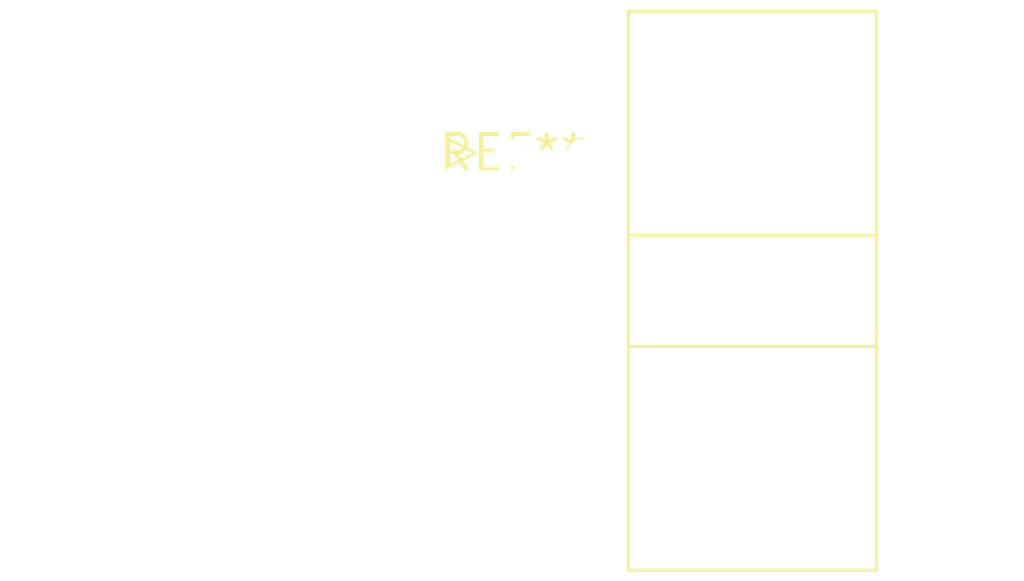
<source format=kicad_pcb>
(kicad_pcb (version 20240108) (generator pcbnew)
  (layers (0 "F.Cu" signal) (31 "B.Cu" signal) (34 "B.Paste" user) (35 "F.Paste" user) (36 "B.SilkS" user "B.Silkscreen") (37 "F.SilkS" user "F.Silkscreen") (38 "B.Mask" user) (39 "F.Mask" user) (44 "Edge.Cuts" user))
  (net 0 "")
  (footprint "IDC-Header_2x05_P2.54mm_Horizontal" (layer "F.Cu") (at 0 0)
    (property "Reference" "REF**")
    (property "Value" "IDC-Header_2x05_P2.54mm_Horizontal")
    (fp_line (start -2.35 -0.5) (end -2.35 0.5) (layer "F.SilkS") (stroke (width 0.12)))
    (fp_line (start -2.35 0.5) (end -1.35 0) (layer "F.SilkS") (stroke (width 0.12)))
    (fp_line (start -1.35 0) (end -2.35 -0.5) (layer "F.SilkS") (stroke (width 0.12)))
    (fp_line (start 4.27 -5.21) (end 13.39 -5.21) (layer "F.SilkS") (stroke (width 0.12)))
    (fp_line (start 4.27 3.03) (end 13.39 3.03) (layer "F.SilkS") (stroke (width 0.12)))
    (fp_line (start 4.27 7.13) (end 13.39 7.13) (layer "F.SilkS") (stroke (width 0.12)))
    (fp_line (start 4.27 15.37) (end 4.27 -5.21) (layer "F.SilkS") (stroke (width 0.12)))
    (fp_line (start 13.39 -5.21) (end 13.39 15.37) (layer "F.SilkS") (stroke (width 0.12)))
    (fp_line (start 13.39 15.37) (end 4.27 15.37) (layer "F.SilkS") (stroke (width 0.12)))
    (pad "1" thru_hole roundrect (at 0 0) (size 1.7 1.7) (drill 1) (layers *.Cu *.Mask) (remove_unused_layers) (roundrect_rratio 0.147059))
    (pad "2" thru_hole circle (at 2.54 0) (size 1.7 1.7) (drill 1) (layers *.Cu *.Mask) (remove_unused_layers))
    (pad "3" thru_hole circle (at 0 2.54) (size 1.7 1.7) (drill 1) (layers *.Cu *.Mask) (remove_unused_layers))
    (pad "4" thru_hole circle (at 2.54 2.54) (size 1.7 1.7) (drill 1) (layers *.Cu *.Mask) (remove_unused_layers))
    (pad "5" thru_hole circle (at 0 5.08) (size 1.7 1.7) (drill 1) (layers *.Cu *.Mask) (remove_unused_layers))
    (pad "6" thru_hole circle (at 2.54 5.08) (size 1.7 1.7) (drill 1) (layers *.Cu *.Mask) (remove_unused_layers))
    (pad "7" thru_hole circle (at 0 7.62) (size 1.7 1.7) (drill 1) (layers *.Cu *.Mask) (remove_unused_layers))
    (pad "8" thru_hole circle (at 2.54 7.62) (size 1.7 1.7) (drill 1) (layers *.Cu *.Mask) (remove_unused_layers))
    (pad "9" thru_hole circle (at 0 10.16) (size 1.7 1.7) (drill 1) (layers *.Cu *.Mask) (remove_unused_layers))
    (pad "10" thru_hole circle (at 2.54 10.16) (size 1.7 1.7) (drill 1) (layers *.Cu *.Mask) (remove_unused_layers))
  )
)
</source>
